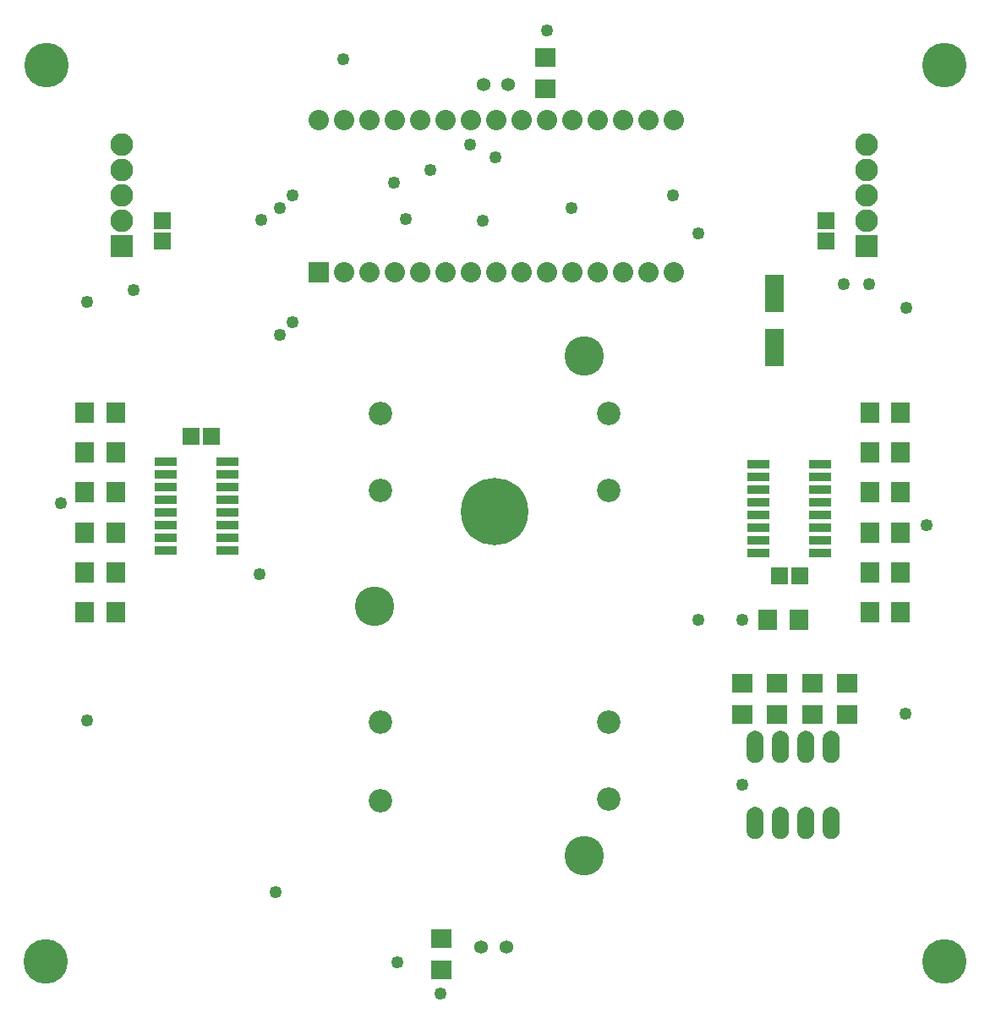
<source format=gts>
G04 MADE WITH FRITZING*
G04 WWW.FRITZING.ORG*
G04 DOUBLE SIDED*
G04 HOLES PLATED*
G04 CONTOUR ON CENTER OF CONTOUR VECTOR*
%ASAXBY*%
%FSLAX23Y23*%
%MOIN*%
%OFA0B0*%
%SFA1.0B1.0*%
%ADD10C,0.049370*%
%ADD11C,0.068189*%
%ADD12C,0.053307*%
%ADD13C,0.080000*%
%ADD14C,0.092677*%
%ADD15C,0.265905*%
%ADD16C,0.155669*%
%ADD17C,0.175354*%
%ADD18C,0.089370*%
%ADD19R,0.072992X0.147795*%
%ADD20R,0.084803X0.072992*%
%ADD21R,0.072992X0.084803*%
%ADD22R,0.065118X0.069055*%
%ADD23R,0.090000X0.036000*%
%ADD24R,0.080000X0.079972*%
%ADD25R,0.089370X0.089370*%
%ADD26R,0.069055X0.065118*%
%ADD27R,0.001000X0.001000*%
%LNMASK1*%
G90*
G70*
G54D10*
X2769Y3067D03*
X3588Y2775D03*
X3669Y1917D03*
X1370Y3752D03*
X3586Y1172D03*
X1583Y193D03*
X1102Y470D03*
X358Y1147D03*
X255Y2003D03*
X358Y2797D03*
X2769Y1542D03*
X1919Y3117D03*
G54D11*
X2994Y742D03*
X3094Y742D03*
X3194Y742D03*
X3294Y742D03*
X3294Y1042D03*
X3194Y1042D03*
X3094Y1042D03*
X2994Y1042D03*
G54D12*
X2021Y3655D03*
X1922Y3655D03*
X2021Y3655D03*
X1922Y3655D03*
G54D13*
X1273Y2914D03*
X1373Y2914D03*
X1473Y2914D03*
X1573Y2914D03*
X1673Y2914D03*
X1773Y2914D03*
X1873Y2914D03*
X1973Y2914D03*
X2073Y2914D03*
X2173Y2914D03*
X2273Y2914D03*
X2373Y2914D03*
X2473Y2914D03*
X2573Y2914D03*
X2673Y2914D03*
X1273Y3514D03*
X1373Y3514D03*
X1473Y3514D03*
X1573Y3514D03*
X1673Y3514D03*
X1773Y3514D03*
X1873Y3514D03*
X1973Y3514D03*
X2073Y3514D03*
X2173Y3514D03*
X2273Y3514D03*
X2373Y3514D03*
X2473Y3514D03*
X2573Y3514D03*
X2673Y3514D03*
G54D10*
X544Y2842D03*
X1119Y2667D03*
X1169Y2717D03*
X1169Y3217D03*
X1119Y3167D03*
X2269Y3167D03*
X2669Y3217D03*
X2944Y1542D03*
X3444Y2867D03*
X2944Y892D03*
X3344Y2867D03*
X1713Y3317D03*
X1969Y3367D03*
X1569Y3267D03*
X1869Y3417D03*
G54D14*
X2415Y2358D03*
X2415Y2055D03*
X1515Y2055D03*
X1515Y2358D03*
X1515Y829D03*
X1515Y1140D03*
X2415Y1140D03*
X2415Y837D03*
G54D15*
X1965Y1971D03*
G54D16*
X2319Y2582D03*
X1492Y1597D03*
X2319Y613D03*
G54D17*
X3741Y198D03*
X197Y196D03*
X3740Y3730D03*
X200Y3731D03*
G54D18*
X497Y3016D03*
X497Y3116D03*
X497Y3216D03*
X497Y3316D03*
X497Y3416D03*
X3433Y3017D03*
X3433Y3117D03*
X3433Y3217D03*
X3433Y3317D03*
X3433Y3417D03*
G54D12*
X1914Y255D03*
X2012Y255D03*
X1914Y255D03*
X2012Y255D03*
G54D10*
X1754Y71D03*
X2173Y3867D03*
X1039Y1722D03*
X1047Y3119D03*
X1617Y3122D03*
G54D19*
X3069Y2829D03*
X3069Y2617D03*
G54D20*
X3357Y1170D03*
X3357Y1292D03*
X3219Y1170D03*
X3219Y1292D03*
X3081Y1170D03*
X3081Y1292D03*
X2943Y1170D03*
X2943Y1292D03*
G54D21*
X3044Y1542D03*
X3166Y1542D03*
G54D22*
X850Y2267D03*
X769Y2267D03*
X3088Y1717D03*
X3169Y1717D03*
G54D23*
X670Y2167D03*
X670Y2117D03*
X670Y2067D03*
X670Y2017D03*
X670Y1967D03*
X670Y1917D03*
X670Y1867D03*
X670Y1817D03*
X912Y1817D03*
X912Y1867D03*
X912Y1917D03*
X912Y1967D03*
X912Y2017D03*
X912Y2067D03*
X912Y2117D03*
X912Y2167D03*
G54D24*
X1273Y2914D03*
G54D21*
X3445Y2361D03*
X3567Y2361D03*
X473Y1573D03*
X351Y1573D03*
X3445Y2203D03*
X3567Y2203D03*
X473Y1731D03*
X351Y1731D03*
X3445Y2046D03*
X3567Y2046D03*
X473Y1888D03*
X351Y1888D03*
X473Y2046D03*
X351Y2046D03*
X3445Y1888D03*
X3567Y1888D03*
X3445Y1731D03*
X3567Y1731D03*
X473Y2203D03*
X351Y2203D03*
X3445Y1573D03*
X3567Y1573D03*
G54D25*
X497Y3016D03*
G54D21*
X473Y2361D03*
X351Y2361D03*
G54D25*
X3433Y3017D03*
G54D23*
X3249Y1806D03*
X3249Y1856D03*
X3249Y1906D03*
X3249Y1956D03*
X3249Y2006D03*
X3249Y2056D03*
X3249Y2106D03*
X3249Y2156D03*
X3007Y2156D03*
X3007Y2106D03*
X3007Y2056D03*
X3007Y2006D03*
X3007Y1956D03*
X3007Y1906D03*
X3007Y1856D03*
X3007Y1806D03*
G54D26*
X656Y3036D03*
X656Y3116D03*
X3272Y3036D03*
X3272Y3117D03*
G54D20*
X2167Y3637D03*
X2167Y3759D03*
X1757Y287D03*
X1757Y165D03*
G54D27*
X2988Y1105D02*
X2999Y1105D01*
X3088Y1105D02*
X3099Y1105D01*
X3188Y1105D02*
X3199Y1105D01*
X3288Y1105D02*
X3299Y1105D01*
X2984Y1104D02*
X3003Y1104D01*
X3084Y1104D02*
X3103Y1104D01*
X3184Y1104D02*
X3203Y1104D01*
X3284Y1104D02*
X3303Y1104D01*
X2981Y1103D02*
X3006Y1103D01*
X3081Y1103D02*
X3106Y1103D01*
X3181Y1103D02*
X3206Y1103D01*
X3281Y1103D02*
X3306Y1103D01*
X2979Y1102D02*
X3008Y1102D01*
X3079Y1102D02*
X3108Y1102D01*
X3179Y1102D02*
X3208Y1102D01*
X3279Y1102D02*
X3308Y1102D01*
X2977Y1101D02*
X3010Y1101D01*
X3077Y1101D02*
X3110Y1101D01*
X3177Y1101D02*
X3210Y1101D01*
X3277Y1101D02*
X3310Y1101D01*
X2975Y1100D02*
X3012Y1100D01*
X3075Y1100D02*
X3112Y1100D01*
X3175Y1100D02*
X3212Y1100D01*
X3275Y1100D02*
X3312Y1100D01*
X2974Y1099D02*
X3013Y1099D01*
X3074Y1099D02*
X3113Y1099D01*
X3174Y1099D02*
X3213Y1099D01*
X3274Y1099D02*
X3313Y1099D01*
X2973Y1098D02*
X3014Y1098D01*
X3073Y1098D02*
X3114Y1098D01*
X3173Y1098D02*
X3214Y1098D01*
X3273Y1098D02*
X3314Y1098D01*
X2971Y1097D02*
X3016Y1097D01*
X3071Y1097D02*
X3116Y1097D01*
X3171Y1097D02*
X3216Y1097D01*
X3271Y1097D02*
X3316Y1097D01*
X2970Y1096D02*
X3017Y1096D01*
X3070Y1096D02*
X3117Y1096D01*
X3170Y1096D02*
X3217Y1096D01*
X3270Y1096D02*
X3317Y1096D01*
X2969Y1095D02*
X3018Y1095D01*
X3069Y1095D02*
X3118Y1095D01*
X3169Y1095D02*
X3218Y1095D01*
X3269Y1095D02*
X3318Y1095D01*
X2968Y1094D02*
X3019Y1094D01*
X3068Y1094D02*
X3119Y1094D01*
X3168Y1094D02*
X3219Y1094D01*
X3268Y1094D02*
X3319Y1094D01*
X2968Y1093D02*
X3019Y1093D01*
X3068Y1093D02*
X3119Y1093D01*
X3168Y1093D02*
X3219Y1093D01*
X3268Y1093D02*
X3319Y1093D01*
X2967Y1092D02*
X3020Y1092D01*
X3067Y1092D02*
X3120Y1092D01*
X3167Y1092D02*
X3220Y1092D01*
X3267Y1092D02*
X3320Y1092D01*
X2966Y1091D02*
X3021Y1091D01*
X3066Y1091D02*
X3121Y1091D01*
X3166Y1091D02*
X3221Y1091D01*
X3266Y1091D02*
X3321Y1091D01*
X2965Y1090D02*
X3022Y1090D01*
X3065Y1090D02*
X3122Y1090D01*
X3165Y1090D02*
X3222Y1090D01*
X3265Y1090D02*
X3322Y1090D01*
X2965Y1089D02*
X3022Y1089D01*
X3065Y1089D02*
X3122Y1089D01*
X3165Y1089D02*
X3222Y1089D01*
X3265Y1089D02*
X3322Y1089D01*
X2964Y1088D02*
X3023Y1088D01*
X3064Y1088D02*
X3123Y1088D01*
X3164Y1088D02*
X3223Y1088D01*
X3264Y1088D02*
X3323Y1088D01*
X2964Y1087D02*
X3023Y1087D01*
X3064Y1087D02*
X3123Y1087D01*
X3164Y1087D02*
X3223Y1087D01*
X3264Y1087D02*
X3323Y1087D01*
X2963Y1086D02*
X3024Y1086D01*
X3063Y1086D02*
X3124Y1086D01*
X3163Y1086D02*
X3224Y1086D01*
X3263Y1086D02*
X3324Y1086D01*
X2963Y1085D02*
X3024Y1085D01*
X3063Y1085D02*
X3124Y1085D01*
X3163Y1085D02*
X3224Y1085D01*
X3263Y1085D02*
X3324Y1085D01*
X2962Y1084D02*
X3025Y1084D01*
X3062Y1084D02*
X3125Y1084D01*
X3162Y1084D02*
X3225Y1084D01*
X3262Y1084D02*
X3325Y1084D01*
X2962Y1083D02*
X3025Y1083D01*
X3062Y1083D02*
X3125Y1083D01*
X3162Y1083D02*
X3225Y1083D01*
X3262Y1083D02*
X3325Y1083D01*
X2962Y1082D02*
X3025Y1082D01*
X3062Y1082D02*
X3125Y1082D01*
X3162Y1082D02*
X3225Y1082D01*
X3262Y1082D02*
X3325Y1082D01*
X2961Y1081D02*
X3026Y1081D01*
X3061Y1081D02*
X3126Y1081D01*
X3161Y1081D02*
X3226Y1081D01*
X3261Y1081D02*
X3326Y1081D01*
X2961Y1080D02*
X3026Y1080D01*
X3061Y1080D02*
X3126Y1080D01*
X3161Y1080D02*
X3226Y1080D01*
X3261Y1080D02*
X3326Y1080D01*
X2961Y1079D02*
X3026Y1079D01*
X3061Y1079D02*
X3126Y1079D01*
X3161Y1079D02*
X3226Y1079D01*
X3261Y1079D02*
X3326Y1079D01*
X2961Y1078D02*
X3026Y1078D01*
X3061Y1078D02*
X3126Y1078D01*
X3161Y1078D02*
X3226Y1078D01*
X3261Y1078D02*
X3326Y1078D01*
X2960Y1077D02*
X3027Y1077D01*
X3060Y1077D02*
X3127Y1077D01*
X3160Y1077D02*
X3227Y1077D01*
X3260Y1077D02*
X3327Y1077D01*
X2960Y1076D02*
X3027Y1076D01*
X3060Y1076D02*
X3127Y1076D01*
X3160Y1076D02*
X3227Y1076D01*
X3260Y1076D02*
X3327Y1076D01*
X2960Y1075D02*
X3027Y1075D01*
X3060Y1075D02*
X3127Y1075D01*
X3160Y1075D02*
X3227Y1075D01*
X3260Y1075D02*
X3327Y1075D01*
X2960Y1074D02*
X3027Y1074D01*
X3060Y1074D02*
X3127Y1074D01*
X3160Y1074D02*
X3227Y1074D01*
X3260Y1074D02*
X3327Y1074D01*
X2960Y1073D02*
X3027Y1073D01*
X3060Y1073D02*
X3127Y1073D01*
X3160Y1073D02*
X3227Y1073D01*
X3260Y1073D02*
X3327Y1073D01*
X2960Y1072D02*
X3027Y1072D01*
X3060Y1072D02*
X3127Y1072D01*
X3160Y1072D02*
X3227Y1072D01*
X3260Y1072D02*
X3327Y1072D01*
X2960Y1071D02*
X3027Y1071D01*
X3060Y1071D02*
X3127Y1071D01*
X3160Y1071D02*
X3227Y1071D01*
X3260Y1071D02*
X3327Y1071D01*
X2960Y1070D02*
X3027Y1070D01*
X3060Y1070D02*
X3127Y1070D01*
X3160Y1070D02*
X3227Y1070D01*
X3260Y1070D02*
X3327Y1070D01*
X2960Y1069D02*
X3027Y1069D01*
X3060Y1069D02*
X3127Y1069D01*
X3160Y1069D02*
X3227Y1069D01*
X3260Y1069D02*
X3327Y1069D01*
X2960Y1068D02*
X3027Y1068D01*
X3060Y1068D02*
X3127Y1068D01*
X3160Y1068D02*
X3227Y1068D01*
X3260Y1068D02*
X3327Y1068D01*
X2960Y1067D02*
X3027Y1067D01*
X3060Y1067D02*
X3127Y1067D01*
X3160Y1067D02*
X3227Y1067D01*
X3260Y1067D02*
X3327Y1067D01*
X2960Y1066D02*
X3027Y1066D01*
X3060Y1066D02*
X3127Y1066D01*
X3160Y1066D02*
X3227Y1066D01*
X3260Y1066D02*
X3327Y1066D01*
X2960Y1065D02*
X3027Y1065D01*
X3060Y1065D02*
X3127Y1065D01*
X3160Y1065D02*
X3227Y1065D01*
X3260Y1065D02*
X3327Y1065D01*
X2960Y1064D02*
X3027Y1064D01*
X3060Y1064D02*
X3127Y1064D01*
X3160Y1064D02*
X3227Y1064D01*
X3260Y1064D02*
X3327Y1064D01*
X2960Y1063D02*
X3027Y1063D01*
X3060Y1063D02*
X3127Y1063D01*
X3160Y1063D02*
X3227Y1063D01*
X3260Y1063D02*
X3327Y1063D01*
X2960Y1062D02*
X3027Y1062D01*
X3060Y1062D02*
X3127Y1062D01*
X3160Y1062D02*
X3227Y1062D01*
X3260Y1062D02*
X3327Y1062D01*
X2960Y1061D02*
X3027Y1061D01*
X3060Y1061D02*
X3127Y1061D01*
X3160Y1061D02*
X3227Y1061D01*
X3260Y1061D02*
X3327Y1061D01*
X2960Y1060D02*
X3027Y1060D01*
X3060Y1060D02*
X3127Y1060D01*
X3160Y1060D02*
X3227Y1060D01*
X3260Y1060D02*
X3327Y1060D01*
X2960Y1059D02*
X3027Y1059D01*
X3060Y1059D02*
X3127Y1059D01*
X3160Y1059D02*
X3227Y1059D01*
X3260Y1059D02*
X3327Y1059D01*
X2960Y1058D02*
X3027Y1058D01*
X3060Y1058D02*
X3127Y1058D01*
X3160Y1058D02*
X3227Y1058D01*
X3260Y1058D02*
X3327Y1058D01*
X2960Y1057D02*
X3027Y1057D01*
X3060Y1057D02*
X3127Y1057D01*
X3160Y1057D02*
X3227Y1057D01*
X3260Y1057D02*
X3327Y1057D01*
X2960Y1056D02*
X2989Y1056D01*
X2998Y1056D02*
X3027Y1056D01*
X3060Y1056D02*
X3089Y1056D01*
X3098Y1056D02*
X3127Y1056D01*
X3160Y1056D02*
X3189Y1056D01*
X3198Y1056D02*
X3227Y1056D01*
X3260Y1056D02*
X3289Y1056D01*
X3298Y1056D02*
X3327Y1056D01*
X2960Y1055D02*
X2987Y1055D01*
X3000Y1055D02*
X3027Y1055D01*
X3060Y1055D02*
X3087Y1055D01*
X3100Y1055D02*
X3127Y1055D01*
X3160Y1055D02*
X3187Y1055D01*
X3200Y1055D02*
X3227Y1055D01*
X3260Y1055D02*
X3287Y1055D01*
X3300Y1055D02*
X3327Y1055D01*
X2960Y1054D02*
X2985Y1054D01*
X3002Y1054D02*
X3027Y1054D01*
X3060Y1054D02*
X3085Y1054D01*
X3102Y1054D02*
X3127Y1054D01*
X3160Y1054D02*
X3185Y1054D01*
X3202Y1054D02*
X3227Y1054D01*
X3260Y1054D02*
X3285Y1054D01*
X3302Y1054D02*
X3327Y1054D01*
X2960Y1053D02*
X2984Y1053D01*
X3003Y1053D02*
X3027Y1053D01*
X3060Y1053D02*
X3084Y1053D01*
X3103Y1053D02*
X3127Y1053D01*
X3160Y1053D02*
X3184Y1053D01*
X3203Y1053D02*
X3227Y1053D01*
X3260Y1053D02*
X3284Y1053D01*
X3303Y1053D02*
X3327Y1053D01*
X2960Y1052D02*
X2983Y1052D01*
X3004Y1052D02*
X3027Y1052D01*
X3060Y1052D02*
X3083Y1052D01*
X3104Y1052D02*
X3127Y1052D01*
X3160Y1052D02*
X3183Y1052D01*
X3204Y1052D02*
X3227Y1052D01*
X3260Y1052D02*
X3283Y1052D01*
X3304Y1052D02*
X3327Y1052D01*
X2960Y1051D02*
X2982Y1051D01*
X3005Y1051D02*
X3027Y1051D01*
X3060Y1051D02*
X3082Y1051D01*
X3105Y1051D02*
X3127Y1051D01*
X3160Y1051D02*
X3182Y1051D01*
X3205Y1051D02*
X3227Y1051D01*
X3260Y1051D02*
X3282Y1051D01*
X3305Y1051D02*
X3327Y1051D01*
X2960Y1050D02*
X2981Y1050D01*
X3006Y1050D02*
X3027Y1050D01*
X3060Y1050D02*
X3081Y1050D01*
X3106Y1050D02*
X3127Y1050D01*
X3160Y1050D02*
X3181Y1050D01*
X3206Y1050D02*
X3227Y1050D01*
X3260Y1050D02*
X3281Y1050D01*
X3306Y1050D02*
X3327Y1050D01*
X2960Y1049D02*
X2981Y1049D01*
X3006Y1049D02*
X3027Y1049D01*
X3060Y1049D02*
X3081Y1049D01*
X3106Y1049D02*
X3127Y1049D01*
X3160Y1049D02*
X3181Y1049D01*
X3206Y1049D02*
X3227Y1049D01*
X3260Y1049D02*
X3281Y1049D01*
X3306Y1049D02*
X3327Y1049D01*
X2960Y1048D02*
X2980Y1048D01*
X3007Y1048D02*
X3027Y1048D01*
X3060Y1048D02*
X3080Y1048D01*
X3107Y1048D02*
X3127Y1048D01*
X3160Y1048D02*
X3180Y1048D01*
X3207Y1048D02*
X3227Y1048D01*
X3260Y1048D02*
X3280Y1048D01*
X3307Y1048D02*
X3327Y1048D01*
X2960Y1047D02*
X2980Y1047D01*
X3007Y1047D02*
X3027Y1047D01*
X3060Y1047D02*
X3080Y1047D01*
X3107Y1047D02*
X3127Y1047D01*
X3160Y1047D02*
X3180Y1047D01*
X3207Y1047D02*
X3227Y1047D01*
X3260Y1047D02*
X3280Y1047D01*
X3307Y1047D02*
X3327Y1047D01*
X2960Y1046D02*
X2979Y1046D01*
X3008Y1046D02*
X3027Y1046D01*
X3060Y1046D02*
X3079Y1046D01*
X3108Y1046D02*
X3127Y1046D01*
X3160Y1046D02*
X3179Y1046D01*
X3208Y1046D02*
X3227Y1046D01*
X3260Y1046D02*
X3279Y1046D01*
X3308Y1046D02*
X3327Y1046D01*
X2960Y1045D02*
X2979Y1045D01*
X3008Y1045D02*
X3027Y1045D01*
X3060Y1045D02*
X3079Y1045D01*
X3108Y1045D02*
X3127Y1045D01*
X3160Y1045D02*
X3179Y1045D01*
X3208Y1045D02*
X3227Y1045D01*
X3260Y1045D02*
X3279Y1045D01*
X3308Y1045D02*
X3327Y1045D01*
X2960Y1044D02*
X2979Y1044D01*
X3008Y1044D02*
X3027Y1044D01*
X3060Y1044D02*
X3079Y1044D01*
X3108Y1044D02*
X3127Y1044D01*
X3160Y1044D02*
X3179Y1044D01*
X3208Y1044D02*
X3227Y1044D01*
X3260Y1044D02*
X3279Y1044D01*
X3308Y1044D02*
X3327Y1044D01*
X2960Y1043D02*
X2979Y1043D01*
X3008Y1043D02*
X3027Y1043D01*
X3060Y1043D02*
X3079Y1043D01*
X3108Y1043D02*
X3127Y1043D01*
X3160Y1043D02*
X3179Y1043D01*
X3208Y1043D02*
X3227Y1043D01*
X3260Y1043D02*
X3279Y1043D01*
X3308Y1043D02*
X3327Y1043D01*
X2960Y1042D02*
X2979Y1042D01*
X3008Y1042D02*
X3027Y1042D01*
X3060Y1042D02*
X3079Y1042D01*
X3108Y1042D02*
X3127Y1042D01*
X3160Y1042D02*
X3179Y1042D01*
X3208Y1042D02*
X3227Y1042D01*
X3260Y1042D02*
X3279Y1042D01*
X3308Y1042D02*
X3327Y1042D01*
X2960Y1041D02*
X2979Y1041D01*
X3008Y1041D02*
X3027Y1041D01*
X3060Y1041D02*
X3079Y1041D01*
X3108Y1041D02*
X3127Y1041D01*
X3160Y1041D02*
X3179Y1041D01*
X3208Y1041D02*
X3227Y1041D01*
X3260Y1041D02*
X3279Y1041D01*
X3308Y1041D02*
X3327Y1041D01*
X2960Y1040D02*
X2979Y1040D01*
X3008Y1040D02*
X3027Y1040D01*
X3060Y1040D02*
X3079Y1040D01*
X3108Y1040D02*
X3127Y1040D01*
X3160Y1040D02*
X3179Y1040D01*
X3208Y1040D02*
X3227Y1040D01*
X3260Y1040D02*
X3279Y1040D01*
X3308Y1040D02*
X3327Y1040D01*
X2960Y1039D02*
X2979Y1039D01*
X3008Y1039D02*
X3027Y1039D01*
X3060Y1039D02*
X3079Y1039D01*
X3108Y1039D02*
X3127Y1039D01*
X3160Y1039D02*
X3179Y1039D01*
X3208Y1039D02*
X3227Y1039D01*
X3260Y1039D02*
X3279Y1039D01*
X3308Y1039D02*
X3327Y1039D01*
X2960Y1038D02*
X2980Y1038D01*
X3007Y1038D02*
X3027Y1038D01*
X3060Y1038D02*
X3080Y1038D01*
X3107Y1038D02*
X3127Y1038D01*
X3160Y1038D02*
X3180Y1038D01*
X3207Y1038D02*
X3227Y1038D01*
X3260Y1038D02*
X3280Y1038D01*
X3307Y1038D02*
X3327Y1038D01*
X2960Y1037D02*
X2980Y1037D01*
X3007Y1037D02*
X3027Y1037D01*
X3060Y1037D02*
X3080Y1037D01*
X3107Y1037D02*
X3127Y1037D01*
X3160Y1037D02*
X3180Y1037D01*
X3207Y1037D02*
X3227Y1037D01*
X3260Y1037D02*
X3280Y1037D01*
X3307Y1037D02*
X3327Y1037D01*
X2960Y1036D02*
X2980Y1036D01*
X3007Y1036D02*
X3027Y1036D01*
X3060Y1036D02*
X3080Y1036D01*
X3107Y1036D02*
X3127Y1036D01*
X3160Y1036D02*
X3180Y1036D01*
X3207Y1036D02*
X3227Y1036D01*
X3260Y1036D02*
X3280Y1036D01*
X3307Y1036D02*
X3327Y1036D01*
X2960Y1035D02*
X2981Y1035D01*
X3006Y1035D02*
X3027Y1035D01*
X3060Y1035D02*
X3081Y1035D01*
X3106Y1035D02*
X3127Y1035D01*
X3160Y1035D02*
X3181Y1035D01*
X3206Y1035D02*
X3227Y1035D01*
X3260Y1035D02*
X3281Y1035D01*
X3306Y1035D02*
X3327Y1035D01*
X2960Y1034D02*
X2982Y1034D01*
X3005Y1034D02*
X3027Y1034D01*
X3060Y1034D02*
X3082Y1034D01*
X3105Y1034D02*
X3127Y1034D01*
X3160Y1034D02*
X3182Y1034D01*
X3205Y1034D02*
X3227Y1034D01*
X3260Y1034D02*
X3282Y1034D01*
X3305Y1034D02*
X3327Y1034D01*
X2960Y1033D02*
X2983Y1033D01*
X3004Y1033D02*
X3027Y1033D01*
X3060Y1033D02*
X3083Y1033D01*
X3104Y1033D02*
X3127Y1033D01*
X3160Y1033D02*
X3183Y1033D01*
X3204Y1033D02*
X3227Y1033D01*
X3260Y1033D02*
X3283Y1033D01*
X3304Y1033D02*
X3327Y1033D01*
X2960Y1032D02*
X2984Y1032D01*
X3003Y1032D02*
X3027Y1032D01*
X3060Y1032D02*
X3084Y1032D01*
X3103Y1032D02*
X3127Y1032D01*
X3160Y1032D02*
X3184Y1032D01*
X3203Y1032D02*
X3227Y1032D01*
X3260Y1032D02*
X3284Y1032D01*
X3303Y1032D02*
X3327Y1032D01*
X2960Y1031D02*
X2985Y1031D01*
X3002Y1031D02*
X3027Y1031D01*
X3060Y1031D02*
X3085Y1031D01*
X3102Y1031D02*
X3127Y1031D01*
X3160Y1031D02*
X3185Y1031D01*
X3202Y1031D02*
X3227Y1031D01*
X3260Y1031D02*
X3285Y1031D01*
X3302Y1031D02*
X3327Y1031D01*
X2960Y1030D02*
X2986Y1030D01*
X3001Y1030D02*
X3027Y1030D01*
X3060Y1030D02*
X3086Y1030D01*
X3101Y1030D02*
X3127Y1030D01*
X3160Y1030D02*
X3186Y1030D01*
X3201Y1030D02*
X3227Y1030D01*
X3260Y1030D02*
X3286Y1030D01*
X3301Y1030D02*
X3327Y1030D01*
X2960Y1029D02*
X2989Y1029D01*
X2999Y1029D02*
X3027Y1029D01*
X3060Y1029D02*
X3089Y1029D01*
X3099Y1029D02*
X3127Y1029D01*
X3160Y1029D02*
X3189Y1029D01*
X3199Y1029D02*
X3227Y1029D01*
X3260Y1029D02*
X3289Y1029D01*
X3299Y1029D02*
X3327Y1029D01*
X2960Y1028D02*
X3027Y1028D01*
X3060Y1028D02*
X3127Y1028D01*
X3160Y1028D02*
X3227Y1028D01*
X3260Y1028D02*
X3327Y1028D01*
X2960Y1027D02*
X3027Y1027D01*
X3060Y1027D02*
X3127Y1027D01*
X3160Y1027D02*
X3227Y1027D01*
X3260Y1027D02*
X3327Y1027D01*
X2960Y1026D02*
X3027Y1026D01*
X3060Y1026D02*
X3127Y1026D01*
X3160Y1026D02*
X3227Y1026D01*
X3260Y1026D02*
X3327Y1026D01*
X2960Y1025D02*
X3027Y1025D01*
X3060Y1025D02*
X3127Y1025D01*
X3160Y1025D02*
X3227Y1025D01*
X3260Y1025D02*
X3327Y1025D01*
X2960Y1024D02*
X3027Y1024D01*
X3060Y1024D02*
X3127Y1024D01*
X3160Y1024D02*
X3227Y1024D01*
X3260Y1024D02*
X3327Y1024D01*
X2960Y1023D02*
X3027Y1023D01*
X3060Y1023D02*
X3127Y1023D01*
X3160Y1023D02*
X3227Y1023D01*
X3260Y1023D02*
X3327Y1023D01*
X2960Y1022D02*
X3027Y1022D01*
X3060Y1022D02*
X3127Y1022D01*
X3160Y1022D02*
X3227Y1022D01*
X3260Y1022D02*
X3327Y1022D01*
X2960Y1021D02*
X3027Y1021D01*
X3060Y1021D02*
X3127Y1021D01*
X3160Y1021D02*
X3227Y1021D01*
X3260Y1021D02*
X3327Y1021D01*
X2960Y1020D02*
X3027Y1020D01*
X3060Y1020D02*
X3127Y1020D01*
X3160Y1020D02*
X3227Y1020D01*
X3260Y1020D02*
X3327Y1020D01*
X2960Y1019D02*
X3027Y1019D01*
X3060Y1019D02*
X3127Y1019D01*
X3160Y1019D02*
X3227Y1019D01*
X3260Y1019D02*
X3327Y1019D01*
X2960Y1018D02*
X3027Y1018D01*
X3060Y1018D02*
X3127Y1018D01*
X3160Y1018D02*
X3227Y1018D01*
X3260Y1018D02*
X3327Y1018D01*
X2960Y1017D02*
X3027Y1017D01*
X3060Y1017D02*
X3127Y1017D01*
X3160Y1017D02*
X3227Y1017D01*
X3260Y1017D02*
X3327Y1017D01*
X2960Y1016D02*
X3027Y1016D01*
X3060Y1016D02*
X3127Y1016D01*
X3160Y1016D02*
X3227Y1016D01*
X3260Y1016D02*
X3327Y1016D01*
X2960Y1015D02*
X3027Y1015D01*
X3060Y1015D02*
X3127Y1015D01*
X3160Y1015D02*
X3227Y1015D01*
X3260Y1015D02*
X3327Y1015D01*
X2960Y1014D02*
X3027Y1014D01*
X3060Y1014D02*
X3127Y1014D01*
X3160Y1014D02*
X3227Y1014D01*
X3260Y1014D02*
X3327Y1014D01*
X2960Y1013D02*
X3027Y1013D01*
X3060Y1013D02*
X3127Y1013D01*
X3160Y1013D02*
X3227Y1013D01*
X3260Y1013D02*
X3327Y1013D01*
X2960Y1012D02*
X3027Y1012D01*
X3060Y1012D02*
X3127Y1012D01*
X3160Y1012D02*
X3227Y1012D01*
X3260Y1012D02*
X3327Y1012D01*
X2960Y1011D02*
X3027Y1011D01*
X3060Y1011D02*
X3127Y1011D01*
X3160Y1011D02*
X3227Y1011D01*
X3260Y1011D02*
X3327Y1011D01*
X2960Y1010D02*
X3027Y1010D01*
X3060Y1010D02*
X3127Y1010D01*
X3160Y1010D02*
X3227Y1010D01*
X3260Y1010D02*
X3327Y1010D01*
X2960Y1009D02*
X3027Y1009D01*
X3060Y1009D02*
X3127Y1009D01*
X3160Y1009D02*
X3227Y1009D01*
X3260Y1009D02*
X3327Y1009D01*
X2960Y1008D02*
X3027Y1008D01*
X3060Y1008D02*
X3127Y1008D01*
X3160Y1008D02*
X3227Y1008D01*
X3260Y1008D02*
X3327Y1008D01*
X2961Y1007D02*
X3026Y1007D01*
X3061Y1007D02*
X3126Y1007D01*
X3161Y1007D02*
X3226Y1007D01*
X3261Y1007D02*
X3326Y1007D01*
X2961Y1006D02*
X3026Y1006D01*
X3061Y1006D02*
X3126Y1006D01*
X3161Y1006D02*
X3226Y1006D01*
X3261Y1006D02*
X3326Y1006D01*
X2961Y1005D02*
X3026Y1005D01*
X3061Y1005D02*
X3126Y1005D01*
X3161Y1005D02*
X3226Y1005D01*
X3261Y1005D02*
X3326Y1005D01*
X2961Y1004D02*
X3026Y1004D01*
X3061Y1004D02*
X3126Y1004D01*
X3161Y1004D02*
X3226Y1004D01*
X3261Y1004D02*
X3326Y1004D01*
X2962Y1003D02*
X3025Y1003D01*
X3062Y1003D02*
X3125Y1003D01*
X3162Y1003D02*
X3225Y1003D01*
X3262Y1003D02*
X3325Y1003D01*
X2962Y1002D02*
X3025Y1002D01*
X3062Y1002D02*
X3125Y1002D01*
X3162Y1002D02*
X3225Y1002D01*
X3262Y1002D02*
X3325Y1002D01*
X2962Y1001D02*
X3025Y1001D01*
X3062Y1001D02*
X3125Y1001D01*
X3162Y1001D02*
X3225Y1001D01*
X3262Y1001D02*
X3325Y1001D01*
X2963Y1000D02*
X3024Y1000D01*
X3063Y1000D02*
X3124Y1000D01*
X3163Y1000D02*
X3224Y1000D01*
X3263Y1000D02*
X3324Y1000D01*
X2963Y999D02*
X3024Y999D01*
X3063Y999D02*
X3124Y999D01*
X3163Y999D02*
X3224Y999D01*
X3263Y999D02*
X3324Y999D01*
X2964Y998D02*
X3023Y998D01*
X3064Y998D02*
X3123Y998D01*
X3164Y998D02*
X3223Y998D01*
X3264Y998D02*
X3323Y998D01*
X2964Y997D02*
X3023Y997D01*
X3064Y997D02*
X3123Y997D01*
X3164Y997D02*
X3223Y997D01*
X3264Y997D02*
X3323Y997D01*
X2965Y996D02*
X3022Y996D01*
X3065Y996D02*
X3122Y996D01*
X3165Y996D02*
X3222Y996D01*
X3265Y996D02*
X3322Y996D01*
X2965Y995D02*
X3022Y995D01*
X3065Y995D02*
X3122Y995D01*
X3165Y995D02*
X3222Y995D01*
X3265Y995D02*
X3322Y995D01*
X2966Y994D02*
X3021Y994D01*
X3066Y994D02*
X3121Y994D01*
X3166Y994D02*
X3221Y994D01*
X3266Y994D02*
X3321Y994D01*
X2967Y993D02*
X3020Y993D01*
X3067Y993D02*
X3120Y993D01*
X3167Y993D02*
X3220Y993D01*
X3267Y993D02*
X3320Y993D01*
X2967Y992D02*
X3020Y992D01*
X3067Y992D02*
X3120Y992D01*
X3167Y992D02*
X3220Y992D01*
X3267Y992D02*
X3320Y992D01*
X2968Y991D02*
X3019Y991D01*
X3068Y991D02*
X3119Y991D01*
X3168Y991D02*
X3219Y991D01*
X3268Y991D02*
X3319Y991D01*
X2969Y990D02*
X3018Y990D01*
X3069Y990D02*
X3118Y990D01*
X3169Y990D02*
X3218Y990D01*
X3269Y990D02*
X3318Y990D01*
X2970Y989D02*
X3017Y989D01*
X3070Y989D02*
X3117Y989D01*
X3170Y989D02*
X3217Y989D01*
X3270Y989D02*
X3317Y989D01*
X2971Y988D02*
X3016Y988D01*
X3071Y988D02*
X3116Y988D01*
X3171Y988D02*
X3216Y988D01*
X3271Y988D02*
X3316Y988D01*
X2972Y987D02*
X3015Y987D01*
X3072Y987D02*
X3115Y987D01*
X3172Y987D02*
X3215Y987D01*
X3272Y987D02*
X3315Y987D01*
X2974Y986D02*
X3013Y986D01*
X3074Y986D02*
X3113Y986D01*
X3174Y986D02*
X3213Y986D01*
X3274Y986D02*
X3313Y986D01*
X2975Y985D02*
X3012Y985D01*
X3075Y985D02*
X3112Y985D01*
X3175Y985D02*
X3212Y985D01*
X3275Y985D02*
X3312Y985D01*
X2977Y984D02*
X3010Y984D01*
X3077Y984D02*
X3110Y984D01*
X3177Y984D02*
X3210Y984D01*
X3277Y984D02*
X3310Y984D01*
X2979Y983D02*
X3008Y983D01*
X3079Y983D02*
X3108Y983D01*
X3179Y983D02*
X3208Y983D01*
X3279Y983D02*
X3308Y983D01*
X2981Y982D02*
X3006Y982D01*
X3081Y982D02*
X3106Y982D01*
X3181Y982D02*
X3206Y982D01*
X3281Y982D02*
X3306Y982D01*
X2983Y981D02*
X3004Y981D01*
X3083Y981D02*
X3104Y981D01*
X3183Y981D02*
X3204Y981D01*
X3283Y981D02*
X3304Y981D01*
X2987Y980D02*
X3000Y980D01*
X3087Y980D02*
X3100Y980D01*
X3187Y980D02*
X3200Y980D01*
X3287Y980D02*
X3300Y980D01*
X2988Y805D02*
X2999Y805D01*
X3088Y805D02*
X3099Y805D01*
X3188Y805D02*
X3199Y805D01*
X3288Y805D02*
X3299Y805D01*
X2984Y804D02*
X3003Y804D01*
X3084Y804D02*
X3103Y804D01*
X3184Y804D02*
X3203Y804D01*
X3284Y804D02*
X3303Y804D01*
X2981Y803D02*
X3006Y803D01*
X3081Y803D02*
X3106Y803D01*
X3181Y803D02*
X3206Y803D01*
X3281Y803D02*
X3306Y803D01*
X2979Y802D02*
X3008Y802D01*
X3079Y802D02*
X3108Y802D01*
X3179Y802D02*
X3208Y802D01*
X3279Y802D02*
X3308Y802D01*
X2977Y801D02*
X3010Y801D01*
X3077Y801D02*
X3110Y801D01*
X3177Y801D02*
X3210Y801D01*
X3277Y801D02*
X3310Y801D01*
X2975Y800D02*
X3012Y800D01*
X3075Y800D02*
X3112Y800D01*
X3175Y800D02*
X3212Y800D01*
X3275Y800D02*
X3312Y800D01*
X2974Y799D02*
X3013Y799D01*
X3074Y799D02*
X3113Y799D01*
X3174Y799D02*
X3213Y799D01*
X3274Y799D02*
X3313Y799D01*
X2973Y798D02*
X3014Y798D01*
X3073Y798D02*
X3114Y798D01*
X3173Y798D02*
X3214Y798D01*
X3273Y798D02*
X3314Y798D01*
X2971Y797D02*
X3016Y797D01*
X3071Y797D02*
X3116Y797D01*
X3171Y797D02*
X3216Y797D01*
X3271Y797D02*
X3316Y797D01*
X2970Y796D02*
X3017Y796D01*
X3070Y796D02*
X3117Y796D01*
X3170Y796D02*
X3217Y796D01*
X3270Y796D02*
X3317Y796D01*
X2969Y795D02*
X3018Y795D01*
X3069Y795D02*
X3118Y795D01*
X3169Y795D02*
X3218Y795D01*
X3269Y795D02*
X3318Y795D01*
X2968Y794D02*
X3019Y794D01*
X3068Y794D02*
X3119Y794D01*
X3168Y794D02*
X3219Y794D01*
X3268Y794D02*
X3319Y794D01*
X2968Y793D02*
X3019Y793D01*
X3068Y793D02*
X3119Y793D01*
X3168Y793D02*
X3219Y793D01*
X3268Y793D02*
X3319Y793D01*
X2967Y792D02*
X3020Y792D01*
X3067Y792D02*
X3120Y792D01*
X3167Y792D02*
X3220Y792D01*
X3267Y792D02*
X3320Y792D01*
X2966Y791D02*
X3021Y791D01*
X3066Y791D02*
X3121Y791D01*
X3166Y791D02*
X3221Y791D01*
X3266Y791D02*
X3321Y791D01*
X2965Y790D02*
X3022Y790D01*
X3065Y790D02*
X3122Y790D01*
X3165Y790D02*
X3222Y790D01*
X3265Y790D02*
X3322Y790D01*
X2965Y789D02*
X3022Y789D01*
X3065Y789D02*
X3122Y789D01*
X3165Y789D02*
X3222Y789D01*
X3265Y789D02*
X3322Y789D01*
X2964Y788D02*
X3023Y788D01*
X3064Y788D02*
X3123Y788D01*
X3164Y788D02*
X3223Y788D01*
X3264Y788D02*
X3323Y788D01*
X2964Y787D02*
X3023Y787D01*
X3064Y787D02*
X3123Y787D01*
X3164Y787D02*
X3223Y787D01*
X3264Y787D02*
X3323Y787D01*
X2963Y786D02*
X3024Y786D01*
X3063Y786D02*
X3124Y786D01*
X3163Y786D02*
X3224Y786D01*
X3263Y786D02*
X3324Y786D01*
X2963Y785D02*
X3024Y785D01*
X3063Y785D02*
X3124Y785D01*
X3163Y785D02*
X3224Y785D01*
X3263Y785D02*
X3324Y785D01*
X2962Y784D02*
X3025Y784D01*
X3062Y784D02*
X3125Y784D01*
X3162Y784D02*
X3225Y784D01*
X3262Y784D02*
X3325Y784D01*
X2962Y783D02*
X3025Y783D01*
X3062Y783D02*
X3125Y783D01*
X3162Y783D02*
X3225Y783D01*
X3262Y783D02*
X3325Y783D01*
X2962Y782D02*
X3025Y782D01*
X3062Y782D02*
X3125Y782D01*
X3162Y782D02*
X3225Y782D01*
X3262Y782D02*
X3325Y782D01*
X2961Y781D02*
X3026Y781D01*
X3061Y781D02*
X3126Y781D01*
X3161Y781D02*
X3226Y781D01*
X3261Y781D02*
X3326Y781D01*
X2961Y780D02*
X3026Y780D01*
X3061Y780D02*
X3126Y780D01*
X3161Y780D02*
X3226Y780D01*
X3261Y780D02*
X3326Y780D01*
X2961Y779D02*
X3026Y779D01*
X3061Y779D02*
X3126Y779D01*
X3161Y779D02*
X3226Y779D01*
X3261Y779D02*
X3326Y779D01*
X2961Y778D02*
X3026Y778D01*
X3061Y778D02*
X3126Y778D01*
X3161Y778D02*
X3226Y778D01*
X3261Y778D02*
X3326Y778D01*
X2960Y777D02*
X3027Y777D01*
X3060Y777D02*
X3127Y777D01*
X3160Y777D02*
X3227Y777D01*
X3260Y777D02*
X3327Y777D01*
X2960Y776D02*
X3027Y776D01*
X3060Y776D02*
X3127Y776D01*
X3160Y776D02*
X3227Y776D01*
X3260Y776D02*
X3327Y776D01*
X2960Y775D02*
X3027Y775D01*
X3060Y775D02*
X3127Y775D01*
X3160Y775D02*
X3227Y775D01*
X3260Y775D02*
X3327Y775D01*
X2960Y774D02*
X3027Y774D01*
X3060Y774D02*
X3127Y774D01*
X3160Y774D02*
X3227Y774D01*
X3260Y774D02*
X3327Y774D01*
X2960Y773D02*
X3027Y773D01*
X3060Y773D02*
X3127Y773D01*
X3160Y773D02*
X3227Y773D01*
X3260Y773D02*
X3327Y773D01*
X2960Y772D02*
X3027Y772D01*
X3060Y772D02*
X3127Y772D01*
X3160Y772D02*
X3227Y772D01*
X3260Y772D02*
X3327Y772D01*
X2960Y771D02*
X3027Y771D01*
X3060Y771D02*
X3127Y771D01*
X3160Y771D02*
X3227Y771D01*
X3260Y771D02*
X3327Y771D01*
X2960Y770D02*
X3027Y770D01*
X3060Y770D02*
X3127Y770D01*
X3160Y770D02*
X3227Y770D01*
X3260Y770D02*
X3327Y770D01*
X2960Y769D02*
X3027Y769D01*
X3060Y769D02*
X3127Y769D01*
X3160Y769D02*
X3227Y769D01*
X3260Y769D02*
X3327Y769D01*
X2960Y768D02*
X3027Y768D01*
X3060Y768D02*
X3127Y768D01*
X3160Y768D02*
X3227Y768D01*
X3260Y768D02*
X3327Y768D01*
X2960Y767D02*
X3027Y767D01*
X3060Y767D02*
X3127Y767D01*
X3160Y767D02*
X3227Y767D01*
X3260Y767D02*
X3327Y767D01*
X2960Y766D02*
X3027Y766D01*
X3060Y766D02*
X3127Y766D01*
X3160Y766D02*
X3227Y766D01*
X3260Y766D02*
X3327Y766D01*
X2960Y765D02*
X3027Y765D01*
X3060Y765D02*
X3127Y765D01*
X3160Y765D02*
X3227Y765D01*
X3260Y765D02*
X3327Y765D01*
X2960Y764D02*
X3027Y764D01*
X3060Y764D02*
X3127Y764D01*
X3160Y764D02*
X3227Y764D01*
X3260Y764D02*
X3327Y764D01*
X2960Y763D02*
X3027Y763D01*
X3060Y763D02*
X3127Y763D01*
X3160Y763D02*
X3227Y763D01*
X3260Y763D02*
X3327Y763D01*
X2960Y762D02*
X3027Y762D01*
X3060Y762D02*
X3127Y762D01*
X3160Y762D02*
X3227Y762D01*
X3260Y762D02*
X3327Y762D01*
X2960Y761D02*
X3027Y761D01*
X3060Y761D02*
X3127Y761D01*
X3160Y761D02*
X3227Y761D01*
X3260Y761D02*
X3327Y761D01*
X2960Y760D02*
X3027Y760D01*
X3060Y760D02*
X3127Y760D01*
X3160Y760D02*
X3227Y760D01*
X3260Y760D02*
X3327Y760D01*
X2960Y759D02*
X3027Y759D01*
X3060Y759D02*
X3127Y759D01*
X3160Y759D02*
X3227Y759D01*
X3260Y759D02*
X3327Y759D01*
X2960Y758D02*
X3027Y758D01*
X3060Y758D02*
X3127Y758D01*
X3160Y758D02*
X3227Y758D01*
X3260Y758D02*
X3327Y758D01*
X2960Y757D02*
X3027Y757D01*
X3060Y757D02*
X3127Y757D01*
X3160Y757D02*
X3227Y757D01*
X3260Y757D02*
X3327Y757D01*
X2960Y756D02*
X2989Y756D01*
X2998Y756D02*
X3027Y756D01*
X3060Y756D02*
X3089Y756D01*
X3098Y756D02*
X3127Y756D01*
X3160Y756D02*
X3189Y756D01*
X3198Y756D02*
X3227Y756D01*
X3260Y756D02*
X3289Y756D01*
X3298Y756D02*
X3327Y756D01*
X2960Y755D02*
X2987Y755D01*
X3000Y755D02*
X3027Y755D01*
X3060Y755D02*
X3087Y755D01*
X3100Y755D02*
X3127Y755D01*
X3160Y755D02*
X3187Y755D01*
X3200Y755D02*
X3227Y755D01*
X3260Y755D02*
X3287Y755D01*
X3300Y755D02*
X3327Y755D01*
X2960Y754D02*
X2985Y754D01*
X3002Y754D02*
X3027Y754D01*
X3060Y754D02*
X3085Y754D01*
X3102Y754D02*
X3127Y754D01*
X3160Y754D02*
X3185Y754D01*
X3202Y754D02*
X3227Y754D01*
X3260Y754D02*
X3285Y754D01*
X3302Y754D02*
X3327Y754D01*
X2960Y753D02*
X2984Y753D01*
X3003Y753D02*
X3027Y753D01*
X3060Y753D02*
X3084Y753D01*
X3103Y753D02*
X3127Y753D01*
X3160Y753D02*
X3184Y753D01*
X3203Y753D02*
X3227Y753D01*
X3260Y753D02*
X3284Y753D01*
X3303Y753D02*
X3327Y753D01*
X2960Y752D02*
X2983Y752D01*
X3004Y752D02*
X3027Y752D01*
X3060Y752D02*
X3083Y752D01*
X3104Y752D02*
X3127Y752D01*
X3160Y752D02*
X3183Y752D01*
X3204Y752D02*
X3227Y752D01*
X3260Y752D02*
X3283Y752D01*
X3304Y752D02*
X3327Y752D01*
X2960Y751D02*
X2982Y751D01*
X3005Y751D02*
X3027Y751D01*
X3060Y751D02*
X3082Y751D01*
X3105Y751D02*
X3127Y751D01*
X3160Y751D02*
X3182Y751D01*
X3205Y751D02*
X3227Y751D01*
X3260Y751D02*
X3282Y751D01*
X3305Y751D02*
X3327Y751D01*
X2960Y750D02*
X2981Y750D01*
X3006Y750D02*
X3027Y750D01*
X3060Y750D02*
X3081Y750D01*
X3106Y750D02*
X3127Y750D01*
X3160Y750D02*
X3181Y750D01*
X3206Y750D02*
X3227Y750D01*
X3260Y750D02*
X3281Y750D01*
X3306Y750D02*
X3327Y750D01*
X2960Y749D02*
X2981Y749D01*
X3006Y749D02*
X3027Y749D01*
X3060Y749D02*
X3081Y749D01*
X3106Y749D02*
X3127Y749D01*
X3160Y749D02*
X3181Y749D01*
X3206Y749D02*
X3227Y749D01*
X3260Y749D02*
X3281Y749D01*
X3306Y749D02*
X3327Y749D01*
X2960Y748D02*
X2980Y748D01*
X3007Y748D02*
X3027Y748D01*
X3060Y748D02*
X3080Y748D01*
X3107Y748D02*
X3127Y748D01*
X3160Y748D02*
X3180Y748D01*
X3207Y748D02*
X3227Y748D01*
X3260Y748D02*
X3280Y748D01*
X3307Y748D02*
X3327Y748D01*
X2960Y747D02*
X2980Y747D01*
X3007Y747D02*
X3027Y747D01*
X3060Y747D02*
X3080Y747D01*
X3107Y747D02*
X3127Y747D01*
X3160Y747D02*
X3180Y747D01*
X3207Y747D02*
X3227Y747D01*
X3260Y747D02*
X3280Y747D01*
X3307Y747D02*
X3327Y747D01*
X2960Y746D02*
X2979Y746D01*
X3008Y746D02*
X3027Y746D01*
X3060Y746D02*
X3079Y746D01*
X3108Y746D02*
X3127Y746D01*
X3160Y746D02*
X3179Y746D01*
X3208Y746D02*
X3227Y746D01*
X3260Y746D02*
X3279Y746D01*
X3308Y746D02*
X3327Y746D01*
X2960Y745D02*
X2979Y745D01*
X3008Y745D02*
X3027Y745D01*
X3060Y745D02*
X3079Y745D01*
X3108Y745D02*
X3127Y745D01*
X3160Y745D02*
X3179Y745D01*
X3208Y745D02*
X3227Y745D01*
X3260Y745D02*
X3279Y745D01*
X3308Y745D02*
X3327Y745D01*
X2960Y744D02*
X2979Y744D01*
X3008Y744D02*
X3027Y744D01*
X3060Y744D02*
X3079Y744D01*
X3108Y744D02*
X3127Y744D01*
X3160Y744D02*
X3179Y744D01*
X3208Y744D02*
X3227Y744D01*
X3260Y744D02*
X3279Y744D01*
X3308Y744D02*
X3327Y744D01*
X2960Y743D02*
X2979Y743D01*
X3008Y743D02*
X3027Y743D01*
X3060Y743D02*
X3079Y743D01*
X3108Y743D02*
X3127Y743D01*
X3160Y743D02*
X3179Y743D01*
X3208Y743D02*
X3227Y743D01*
X3260Y743D02*
X3279Y743D01*
X3308Y743D02*
X3327Y743D01*
X2960Y742D02*
X2979Y742D01*
X3008Y742D02*
X3027Y742D01*
X3060Y742D02*
X3079Y742D01*
X3108Y742D02*
X3127Y742D01*
X3160Y742D02*
X3179Y742D01*
X3208Y742D02*
X3227Y742D01*
X3260Y742D02*
X3279Y742D01*
X3308Y742D02*
X3327Y742D01*
X2960Y741D02*
X2979Y741D01*
X3008Y741D02*
X3027Y741D01*
X3060Y741D02*
X3079Y741D01*
X3108Y741D02*
X3127Y741D01*
X3160Y741D02*
X3179Y741D01*
X3208Y741D02*
X3227Y741D01*
X3260Y741D02*
X3279Y741D01*
X3308Y741D02*
X3327Y741D01*
X2960Y740D02*
X2979Y740D01*
X3008Y740D02*
X3027Y740D01*
X3060Y740D02*
X3079Y740D01*
X3108Y740D02*
X3127Y740D01*
X3160Y740D02*
X3179Y740D01*
X3208Y740D02*
X3227Y740D01*
X3260Y740D02*
X3279Y740D01*
X3308Y740D02*
X3327Y740D01*
X2960Y739D02*
X2979Y739D01*
X3008Y739D02*
X3027Y739D01*
X3060Y739D02*
X3079Y739D01*
X3108Y739D02*
X3127Y739D01*
X3160Y739D02*
X3179Y739D01*
X3208Y739D02*
X3227Y739D01*
X3260Y739D02*
X3279Y739D01*
X3308Y739D02*
X3327Y739D01*
X2960Y738D02*
X2980Y738D01*
X3007Y738D02*
X3027Y738D01*
X3060Y738D02*
X3080Y738D01*
X3107Y738D02*
X3127Y738D01*
X3160Y738D02*
X3180Y738D01*
X3207Y738D02*
X3227Y738D01*
X3260Y738D02*
X3280Y738D01*
X3307Y738D02*
X3327Y738D01*
X2960Y737D02*
X2980Y737D01*
X3007Y737D02*
X3027Y737D01*
X3060Y737D02*
X3080Y737D01*
X3107Y737D02*
X3127Y737D01*
X3160Y737D02*
X3180Y737D01*
X3207Y737D02*
X3227Y737D01*
X3260Y737D02*
X3280Y737D01*
X3307Y737D02*
X3327Y737D01*
X2960Y736D02*
X2980Y736D01*
X3007Y736D02*
X3027Y736D01*
X3060Y736D02*
X3080Y736D01*
X3107Y736D02*
X3127Y736D01*
X3160Y736D02*
X3180Y736D01*
X3207Y736D02*
X3227Y736D01*
X3260Y736D02*
X3280Y736D01*
X3307Y736D02*
X3327Y736D01*
X2960Y735D02*
X2981Y735D01*
X3006Y735D02*
X3027Y735D01*
X3060Y735D02*
X3081Y735D01*
X3106Y735D02*
X3127Y735D01*
X3160Y735D02*
X3181Y735D01*
X3206Y735D02*
X3227Y735D01*
X3260Y735D02*
X3281Y735D01*
X3306Y735D02*
X3327Y735D01*
X2960Y734D02*
X2982Y734D01*
X3005Y734D02*
X3027Y734D01*
X3060Y734D02*
X3082Y734D01*
X3105Y734D02*
X3127Y734D01*
X3160Y734D02*
X3182Y734D01*
X3205Y734D02*
X3227Y734D01*
X3260Y734D02*
X3282Y734D01*
X3305Y734D02*
X3327Y734D01*
X2960Y733D02*
X2983Y733D01*
X3004Y733D02*
X3027Y733D01*
X3060Y733D02*
X3083Y733D01*
X3104Y733D02*
X3127Y733D01*
X3160Y733D02*
X3183Y733D01*
X3204Y733D02*
X3227Y733D01*
X3260Y733D02*
X3283Y733D01*
X3304Y733D02*
X3327Y733D01*
X2960Y732D02*
X2984Y732D01*
X3003Y732D02*
X3027Y732D01*
X3060Y732D02*
X3084Y732D01*
X3103Y732D02*
X3127Y732D01*
X3160Y732D02*
X3184Y732D01*
X3203Y732D02*
X3227Y732D01*
X3260Y732D02*
X3284Y732D01*
X3303Y732D02*
X3327Y732D01*
X2960Y731D02*
X2985Y731D01*
X3002Y731D02*
X3027Y731D01*
X3060Y731D02*
X3085Y731D01*
X3102Y731D02*
X3127Y731D01*
X3160Y731D02*
X3185Y731D01*
X3202Y731D02*
X3227Y731D01*
X3260Y731D02*
X3285Y731D01*
X3302Y731D02*
X3327Y731D01*
X2960Y730D02*
X2986Y730D01*
X3001Y730D02*
X3027Y730D01*
X3060Y730D02*
X3086Y730D01*
X3101Y730D02*
X3127Y730D01*
X3160Y730D02*
X3186Y730D01*
X3201Y730D02*
X3227Y730D01*
X3260Y730D02*
X3286Y730D01*
X3301Y730D02*
X3327Y730D01*
X2960Y729D02*
X2989Y729D01*
X2999Y729D02*
X3027Y729D01*
X3060Y729D02*
X3089Y729D01*
X3099Y729D02*
X3127Y729D01*
X3160Y729D02*
X3189Y729D01*
X3199Y729D02*
X3227Y729D01*
X3260Y729D02*
X3289Y729D01*
X3299Y729D02*
X3327Y729D01*
X2960Y728D02*
X3027Y728D01*
X3060Y728D02*
X3127Y728D01*
X3160Y728D02*
X3227Y728D01*
X3260Y728D02*
X3327Y728D01*
X2960Y727D02*
X3027Y727D01*
X3060Y727D02*
X3127Y727D01*
X3160Y727D02*
X3227Y727D01*
X3260Y727D02*
X3327Y727D01*
X2960Y726D02*
X3027Y726D01*
X3060Y726D02*
X3127Y726D01*
X3160Y726D02*
X3227Y726D01*
X3260Y726D02*
X3327Y726D01*
X2960Y725D02*
X3027Y725D01*
X3060Y725D02*
X3127Y725D01*
X3160Y725D02*
X3227Y725D01*
X3260Y725D02*
X3327Y725D01*
X2960Y724D02*
X3027Y724D01*
X3060Y724D02*
X3127Y724D01*
X3160Y724D02*
X3227Y724D01*
X3260Y724D02*
X3327Y724D01*
X2960Y723D02*
X3027Y723D01*
X3060Y723D02*
X3127Y723D01*
X3160Y723D02*
X3227Y723D01*
X3260Y723D02*
X3327Y723D01*
X2960Y722D02*
X3027Y722D01*
X3060Y722D02*
X3127Y722D01*
X3160Y722D02*
X3227Y722D01*
X3260Y722D02*
X3327Y722D01*
X2960Y721D02*
X3027Y721D01*
X3060Y721D02*
X3127Y721D01*
X3160Y721D02*
X3227Y721D01*
X3260Y721D02*
X3327Y721D01*
X2960Y720D02*
X3027Y720D01*
X3060Y720D02*
X3127Y720D01*
X3160Y720D02*
X3227Y720D01*
X3260Y720D02*
X3327Y720D01*
X2960Y719D02*
X3027Y719D01*
X3060Y719D02*
X3127Y719D01*
X3160Y719D02*
X3227Y719D01*
X3260Y719D02*
X3327Y719D01*
X2960Y718D02*
X3027Y718D01*
X3060Y718D02*
X3127Y718D01*
X3160Y718D02*
X3227Y718D01*
X3260Y718D02*
X3327Y718D01*
X2960Y717D02*
X3027Y717D01*
X3060Y717D02*
X3127Y717D01*
X3160Y717D02*
X3227Y717D01*
X3260Y717D02*
X3327Y717D01*
X2960Y716D02*
X3027Y716D01*
X3060Y716D02*
X3127Y716D01*
X3160Y716D02*
X3227Y716D01*
X3260Y716D02*
X3327Y716D01*
X2960Y715D02*
X3027Y715D01*
X3060Y715D02*
X3127Y715D01*
X3160Y715D02*
X3227Y715D01*
X3260Y715D02*
X3327Y715D01*
X2960Y714D02*
X3027Y714D01*
X3060Y714D02*
X3127Y714D01*
X3160Y714D02*
X3227Y714D01*
X3260Y714D02*
X3327Y714D01*
X2960Y713D02*
X3027Y713D01*
X3060Y713D02*
X3127Y713D01*
X3160Y713D02*
X3227Y713D01*
X3260Y713D02*
X3327Y713D01*
X2960Y712D02*
X3027Y712D01*
X3060Y712D02*
X3127Y712D01*
X3160Y712D02*
X3227Y712D01*
X3260Y712D02*
X3327Y712D01*
X2960Y711D02*
X3027Y711D01*
X3060Y711D02*
X3127Y711D01*
X3160Y711D02*
X3227Y711D01*
X3260Y711D02*
X3327Y711D01*
X2960Y710D02*
X3027Y710D01*
X3060Y710D02*
X3127Y710D01*
X3160Y710D02*
X3227Y710D01*
X3260Y710D02*
X3327Y710D01*
X2960Y709D02*
X3027Y709D01*
X3060Y709D02*
X3127Y709D01*
X3160Y709D02*
X3227Y709D01*
X3260Y709D02*
X3327Y709D01*
X2960Y708D02*
X3027Y708D01*
X3060Y708D02*
X3127Y708D01*
X3160Y708D02*
X3227Y708D01*
X3260Y708D02*
X3327Y708D01*
X2961Y707D02*
X3026Y707D01*
X3061Y707D02*
X3126Y707D01*
X3161Y707D02*
X3226Y707D01*
X3261Y707D02*
X3326Y707D01*
X2961Y706D02*
X3026Y706D01*
X3061Y706D02*
X3126Y706D01*
X3161Y706D02*
X3226Y706D01*
X3261Y706D02*
X3326Y706D01*
X2961Y705D02*
X3026Y705D01*
X3061Y705D02*
X3126Y705D01*
X3161Y705D02*
X3226Y705D01*
X3261Y705D02*
X3326Y705D01*
X2961Y704D02*
X3026Y704D01*
X3061Y704D02*
X3126Y704D01*
X3161Y704D02*
X3226Y704D01*
X3261Y704D02*
X3326Y704D01*
X2962Y703D02*
X3025Y703D01*
X3062Y703D02*
X3125Y703D01*
X3162Y703D02*
X3225Y703D01*
X3262Y703D02*
X3325Y703D01*
X2962Y702D02*
X3025Y702D01*
X3062Y702D02*
X3125Y702D01*
X3162Y702D02*
X3225Y702D01*
X3262Y702D02*
X3325Y702D01*
X2962Y701D02*
X3025Y701D01*
X3062Y701D02*
X3125Y701D01*
X3162Y701D02*
X3225Y701D01*
X3262Y701D02*
X3325Y701D01*
X2963Y700D02*
X3024Y700D01*
X3063Y700D02*
X3124Y700D01*
X3163Y700D02*
X3224Y700D01*
X3263Y700D02*
X3324Y700D01*
X2963Y699D02*
X3024Y699D01*
X3063Y699D02*
X3124Y699D01*
X3163Y699D02*
X3224Y699D01*
X3263Y699D02*
X3324Y699D01*
X2964Y698D02*
X3023Y698D01*
X3064Y698D02*
X3123Y698D01*
X3164Y698D02*
X3223Y698D01*
X3264Y698D02*
X3323Y698D01*
X2964Y697D02*
X3023Y697D01*
X3064Y697D02*
X3123Y697D01*
X3164Y697D02*
X3223Y697D01*
X3264Y697D02*
X3323Y697D01*
X2965Y696D02*
X3022Y696D01*
X3065Y696D02*
X3122Y696D01*
X3165Y696D02*
X3222Y696D01*
X3265Y696D02*
X3322Y696D01*
X2965Y695D02*
X3022Y695D01*
X3065Y695D02*
X3122Y695D01*
X3165Y695D02*
X3222Y695D01*
X3265Y695D02*
X3322Y695D01*
X2966Y694D02*
X3021Y694D01*
X3066Y694D02*
X3121Y694D01*
X3166Y694D02*
X3221Y694D01*
X3266Y694D02*
X3321Y694D01*
X2967Y693D02*
X3020Y693D01*
X3067Y693D02*
X3120Y693D01*
X3167Y693D02*
X3220Y693D01*
X3267Y693D02*
X3320Y693D01*
X2967Y692D02*
X3020Y692D01*
X3067Y692D02*
X3120Y692D01*
X3167Y692D02*
X3220Y692D01*
X3267Y692D02*
X3320Y692D01*
X2968Y691D02*
X3019Y691D01*
X3068Y691D02*
X3119Y691D01*
X3168Y691D02*
X3219Y691D01*
X3268Y691D02*
X3319Y691D01*
X2969Y690D02*
X3018Y690D01*
X3069Y690D02*
X3118Y690D01*
X3169Y690D02*
X3218Y690D01*
X3269Y690D02*
X3318Y690D01*
X2970Y689D02*
X3017Y689D01*
X3070Y689D02*
X3117Y689D01*
X3170Y689D02*
X3217Y689D01*
X3270Y689D02*
X3317Y689D01*
X2971Y688D02*
X3016Y688D01*
X3071Y688D02*
X3116Y688D01*
X3171Y688D02*
X3216Y688D01*
X3271Y688D02*
X3316Y688D01*
X2972Y687D02*
X3015Y687D01*
X3072Y687D02*
X3115Y687D01*
X3172Y687D02*
X3215Y687D01*
X3272Y687D02*
X3315Y687D01*
X2974Y686D02*
X3013Y686D01*
X3074Y686D02*
X3113Y686D01*
X3174Y686D02*
X3213Y686D01*
X3274Y686D02*
X3313Y686D01*
X2975Y685D02*
X3012Y685D01*
X3075Y685D02*
X3112Y685D01*
X3175Y685D02*
X3212Y685D01*
X3275Y685D02*
X3312Y685D01*
X2977Y684D02*
X3010Y684D01*
X3077Y684D02*
X3110Y684D01*
X3177Y684D02*
X3210Y684D01*
X3277Y684D02*
X3310Y684D01*
X2979Y683D02*
X3008Y683D01*
X3079Y683D02*
X3108Y683D01*
X3179Y683D02*
X3208Y683D01*
X3279Y683D02*
X3308Y683D01*
X2981Y682D02*
X3006Y682D01*
X3081Y682D02*
X3106Y682D01*
X3181Y682D02*
X3206Y682D01*
X3281Y682D02*
X3306Y682D01*
X2983Y681D02*
X3004Y681D01*
X3083Y681D02*
X3104Y681D01*
X3183Y681D02*
X3204Y681D01*
X3283Y681D02*
X3304Y681D01*
X2987Y680D02*
X3000Y680D01*
X3087Y680D02*
X3100Y680D01*
X3187Y680D02*
X3200Y680D01*
X3287Y680D02*
X3300Y680D01*
D02*
G04 End of Mask1*
M02*
</source>
